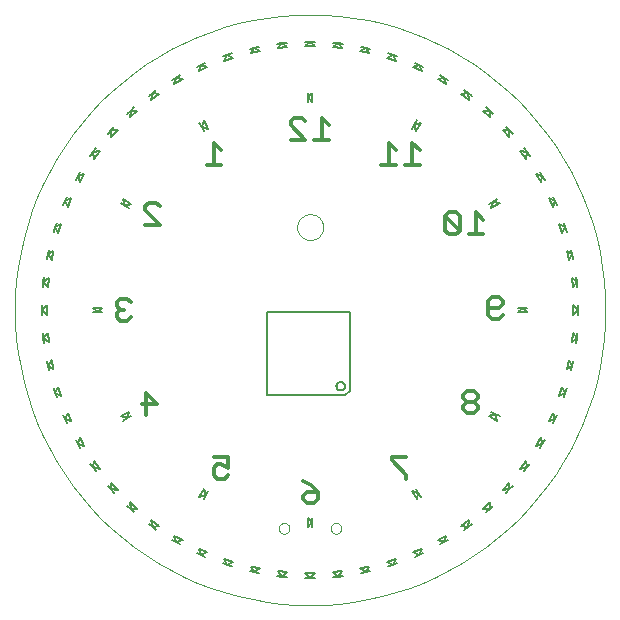
<source format=gbo>
G75*
G70*
%OFA0B0*%
%FSLAX24Y24*%
%IPPOS*%
%LPD*%
%AMOC8*
5,1,8,0,0,1.08239X$1,22.5*
%
%ADD10C,0.0004*%
%ADD11C,0.0000*%
%ADD12C,0.0130*%
%ADD13C,0.0060*%
%ADD14C,0.0050*%
D10*
X000161Y010296D02*
X000173Y010779D01*
X000208Y011261D01*
X000268Y011740D01*
X000350Y012216D01*
X000456Y012688D01*
X000585Y013153D01*
X000736Y013612D01*
X000910Y014063D01*
X001106Y014504D01*
X001323Y014936D01*
X001561Y015356D01*
X001820Y015764D01*
X002098Y016159D01*
X002395Y016540D01*
X002711Y016906D01*
X003044Y017256D01*
X003394Y017589D01*
X003760Y017905D01*
X004141Y018202D01*
X004536Y018480D01*
X004944Y018739D01*
X005364Y018977D01*
X005796Y019194D01*
X006237Y019390D01*
X006688Y019564D01*
X007147Y019715D01*
X007612Y019844D01*
X008084Y019950D01*
X008560Y020032D01*
X009039Y020092D01*
X009521Y020127D01*
X010004Y020139D01*
X010487Y020127D01*
X010969Y020092D01*
X011448Y020032D01*
X011924Y019950D01*
X012396Y019844D01*
X012861Y019715D01*
X013320Y019564D01*
X013771Y019390D01*
X014212Y019194D01*
X014644Y018977D01*
X015064Y018739D01*
X015472Y018480D01*
X015867Y018202D01*
X016248Y017905D01*
X016614Y017589D01*
X016964Y017256D01*
X017297Y016906D01*
X017613Y016540D01*
X017910Y016159D01*
X018188Y015764D01*
X018447Y015356D01*
X018685Y014936D01*
X018902Y014504D01*
X019098Y014063D01*
X019272Y013612D01*
X019423Y013153D01*
X019552Y012688D01*
X019658Y012216D01*
X019740Y011740D01*
X019800Y011261D01*
X019835Y010779D01*
X019847Y010296D01*
X019835Y009813D01*
X019800Y009331D01*
X019740Y008852D01*
X019658Y008376D01*
X019552Y007904D01*
X019423Y007439D01*
X019272Y006980D01*
X019098Y006529D01*
X018902Y006088D01*
X018685Y005656D01*
X018447Y005236D01*
X018188Y004828D01*
X017910Y004433D01*
X017613Y004052D01*
X017297Y003686D01*
X016964Y003336D01*
X016614Y003003D01*
X016248Y002687D01*
X015867Y002390D01*
X015472Y002112D01*
X015064Y001853D01*
X014644Y001615D01*
X014212Y001398D01*
X013771Y001202D01*
X013320Y001028D01*
X012861Y000877D01*
X012396Y000748D01*
X011924Y000642D01*
X011448Y000560D01*
X010969Y000500D01*
X010487Y000465D01*
X010004Y000453D01*
X009521Y000465D01*
X009039Y000500D01*
X008560Y000560D01*
X008084Y000642D01*
X007612Y000748D01*
X007147Y000877D01*
X006688Y001028D01*
X006237Y001202D01*
X005796Y001398D01*
X005364Y001615D01*
X004944Y001853D01*
X004536Y002112D01*
X004141Y002390D01*
X003760Y002687D01*
X003394Y003003D01*
X003044Y003336D01*
X002711Y003686D01*
X002395Y004052D01*
X002098Y004433D01*
X001820Y004828D01*
X001561Y005236D01*
X001323Y005656D01*
X001106Y006088D01*
X000910Y006529D01*
X000736Y006980D01*
X000585Y007439D01*
X000456Y007904D01*
X000350Y008376D01*
X000268Y008852D01*
X000208Y009331D01*
X000173Y009813D01*
X000161Y010296D01*
D11*
X009571Y013052D02*
X009573Y013093D01*
X009579Y013134D01*
X009589Y013174D01*
X009602Y013213D01*
X009619Y013250D01*
X009640Y013286D01*
X009664Y013320D01*
X009691Y013351D01*
X009720Y013379D01*
X009753Y013405D01*
X009787Y013427D01*
X009824Y013446D01*
X009862Y013461D01*
X009902Y013473D01*
X009942Y013481D01*
X009983Y013485D01*
X010025Y013485D01*
X010066Y013481D01*
X010106Y013473D01*
X010146Y013461D01*
X010184Y013446D01*
X010220Y013427D01*
X010255Y013405D01*
X010288Y013379D01*
X010317Y013351D01*
X010344Y013320D01*
X010368Y013286D01*
X010389Y013250D01*
X010406Y013213D01*
X010419Y013174D01*
X010429Y013134D01*
X010435Y013093D01*
X010437Y013052D01*
X010435Y013011D01*
X010429Y012970D01*
X010419Y012930D01*
X010406Y012891D01*
X010389Y012854D01*
X010368Y012818D01*
X010344Y012784D01*
X010317Y012753D01*
X010288Y012725D01*
X010255Y012699D01*
X010221Y012677D01*
X010184Y012658D01*
X010146Y012643D01*
X010106Y012631D01*
X010066Y012623D01*
X010025Y012619D01*
X009983Y012619D01*
X009942Y012623D01*
X009902Y012631D01*
X009862Y012643D01*
X009824Y012658D01*
X009788Y012677D01*
X009753Y012699D01*
X009720Y012725D01*
X009691Y012753D01*
X009664Y012784D01*
X009640Y012818D01*
X009619Y012854D01*
X009602Y012891D01*
X009589Y012930D01*
X009579Y012970D01*
X009573Y013011D01*
X009571Y013052D01*
X008961Y003013D02*
X008963Y003039D01*
X008969Y003065D01*
X008979Y003090D01*
X008992Y003113D01*
X009008Y003133D01*
X009028Y003151D01*
X009050Y003166D01*
X009073Y003178D01*
X009099Y003186D01*
X009125Y003190D01*
X009151Y003190D01*
X009177Y003186D01*
X009203Y003178D01*
X009227Y003166D01*
X009248Y003151D01*
X009268Y003133D01*
X009284Y003113D01*
X009297Y003090D01*
X009307Y003065D01*
X009313Y003039D01*
X009315Y003013D01*
X009313Y002987D01*
X009307Y002961D01*
X009297Y002936D01*
X009284Y002913D01*
X009268Y002893D01*
X009248Y002875D01*
X009226Y002860D01*
X009203Y002848D01*
X009177Y002840D01*
X009151Y002836D01*
X009125Y002836D01*
X009099Y002840D01*
X009073Y002848D01*
X009049Y002860D01*
X009028Y002875D01*
X009008Y002893D01*
X008992Y002913D01*
X008979Y002936D01*
X008969Y002961D01*
X008963Y002987D01*
X008961Y003013D01*
X010693Y003013D02*
X010695Y003039D01*
X010701Y003065D01*
X010711Y003090D01*
X010724Y003113D01*
X010740Y003133D01*
X010760Y003151D01*
X010782Y003166D01*
X010805Y003178D01*
X010831Y003186D01*
X010857Y003190D01*
X010883Y003190D01*
X010909Y003186D01*
X010935Y003178D01*
X010959Y003166D01*
X010980Y003151D01*
X011000Y003133D01*
X011016Y003113D01*
X011029Y003090D01*
X011039Y003065D01*
X011045Y003039D01*
X011047Y003013D01*
X011045Y002987D01*
X011039Y002961D01*
X011029Y002936D01*
X011016Y002913D01*
X011000Y002893D01*
X010980Y002875D01*
X010958Y002860D01*
X010935Y002848D01*
X010909Y002840D01*
X010883Y002836D01*
X010857Y002836D01*
X010831Y002840D01*
X010805Y002848D01*
X010781Y002860D01*
X010760Y002875D01*
X010740Y002893D01*
X010724Y002913D01*
X010711Y002936D01*
X010701Y002961D01*
X010695Y002987D01*
X010693Y003013D01*
D12*
X010141Y003862D02*
X009897Y003862D01*
X009776Y003984D01*
X009776Y004106D01*
X009897Y004228D01*
X010263Y004228D01*
X010263Y003984D01*
X010141Y003862D01*
X010263Y004228D02*
X010019Y004471D01*
X009776Y004593D01*
X007278Y004796D02*
X007157Y004675D01*
X006913Y004675D01*
X006791Y004796D01*
X006791Y005040D01*
X006913Y005162D01*
X007035Y005162D01*
X007278Y005040D01*
X007278Y005405D01*
X006791Y005405D01*
X004526Y006797D02*
X004526Y007527D01*
X004891Y007162D01*
X004404Y007162D01*
X003915Y009941D02*
X003672Y009941D01*
X003550Y010063D01*
X003550Y010185D01*
X003672Y010307D01*
X003794Y010307D01*
X003672Y010307D02*
X003550Y010429D01*
X003550Y010550D01*
X003672Y010672D01*
X003915Y010672D01*
X004037Y010550D01*
X004037Y010063D02*
X003915Y009941D01*
X004512Y013141D02*
X004999Y013141D01*
X004512Y013628D01*
X004512Y013750D01*
X004634Y013872D01*
X004877Y013872D01*
X004999Y013750D01*
X006559Y015137D02*
X007046Y015137D01*
X006802Y015137D02*
X006802Y015867D01*
X007046Y015624D01*
X009355Y015971D02*
X009842Y015971D01*
X009355Y016458D01*
X009355Y016579D01*
X009476Y016701D01*
X009720Y016701D01*
X009842Y016579D01*
X010390Y016701D02*
X010390Y015971D01*
X010634Y015971D02*
X010146Y015971D01*
X010634Y016458D02*
X010390Y016701D01*
X012618Y015871D02*
X012618Y015141D01*
X012861Y015141D02*
X012374Y015141D01*
X012861Y015628D02*
X012618Y015871D01*
X013410Y015871D02*
X013653Y015628D01*
X013410Y015871D02*
X013410Y015141D01*
X013653Y015141D02*
X013166Y015141D01*
X014622Y013548D02*
X014501Y013427D01*
X014988Y012940D01*
X014866Y012818D01*
X014622Y012818D01*
X014501Y012940D01*
X014501Y013427D01*
X014622Y013548D02*
X014866Y013548D01*
X014988Y013427D01*
X014988Y012940D01*
X015292Y012818D02*
X015779Y012818D01*
X015536Y012818D02*
X015536Y013548D01*
X015779Y013305D01*
X016062Y010725D02*
X016305Y010725D01*
X016427Y010603D01*
X016427Y010481D01*
X016305Y010359D01*
X015940Y010359D01*
X015940Y010116D02*
X015940Y010603D01*
X016062Y010725D01*
X015940Y010116D02*
X016062Y009994D01*
X016305Y009994D01*
X016427Y010116D01*
X015481Y007588D02*
X015237Y007588D01*
X015116Y007466D01*
X015116Y007344D01*
X015237Y007223D01*
X015481Y007223D01*
X015603Y007344D01*
X015603Y007466D01*
X015481Y007588D01*
X015481Y007223D02*
X015603Y007101D01*
X015603Y006979D01*
X015481Y006857D01*
X015237Y006857D01*
X015116Y006979D01*
X015116Y007101D01*
X015237Y007223D01*
X013208Y005401D02*
X012721Y005401D01*
X012721Y005280D01*
X013208Y004792D01*
X013208Y004671D01*
D13*
X011183Y007453D02*
X011323Y007592D01*
X011323Y010212D01*
X008563Y010212D01*
X008563Y007453D01*
X011183Y007453D01*
X010882Y007753D02*
X010884Y007776D01*
X010890Y007799D01*
X010899Y007820D01*
X010912Y007840D01*
X010928Y007857D01*
X010946Y007871D01*
X010966Y007882D01*
X010988Y007890D01*
X011011Y007894D01*
X011035Y007894D01*
X011058Y007890D01*
X011080Y007882D01*
X011100Y007871D01*
X011118Y007857D01*
X011134Y007840D01*
X011147Y007820D01*
X011156Y007799D01*
X011162Y007776D01*
X011164Y007753D01*
X011162Y007730D01*
X011156Y007707D01*
X011147Y007686D01*
X011134Y007666D01*
X011118Y007649D01*
X011100Y007635D01*
X011080Y007624D01*
X011058Y007616D01*
X011035Y007612D01*
X011011Y007612D01*
X010988Y007616D01*
X010966Y007624D01*
X010946Y007635D01*
X010928Y007649D01*
X010912Y007666D01*
X010899Y007686D01*
X010890Y007707D01*
X010884Y007730D01*
X010882Y007753D01*
D14*
X004751Y003066D02*
X004623Y003158D01*
X004751Y003066D02*
X004878Y002973D01*
X004751Y003066D02*
X004971Y003101D01*
X004716Y003286D01*
X004751Y003066D01*
X004141Y003549D02*
X004024Y003654D01*
X004246Y003666D01*
X004012Y003877D01*
X004024Y003654D01*
X003907Y003760D01*
X003468Y004199D02*
X003362Y004316D01*
X003585Y004305D01*
X003374Y004539D01*
X003362Y004316D01*
X003257Y004433D01*
X002866Y004916D02*
X002774Y005043D01*
X002994Y005008D01*
X002808Y005263D01*
X002774Y005043D01*
X002681Y005170D01*
X002343Y005691D02*
X002264Y005828D01*
X002479Y005770D01*
X002322Y006043D01*
X002264Y005828D01*
X002185Y005964D01*
X001903Y006517D02*
X001839Y006661D01*
X002047Y006581D01*
X001919Y006869D01*
X001839Y006661D01*
X001775Y006805D01*
X001553Y007385D02*
X001504Y007534D01*
X001703Y007433D01*
X001605Y007733D01*
X001504Y007534D01*
X001455Y007684D01*
X001295Y008284D02*
X001262Y008438D01*
X001449Y008317D01*
X001384Y008625D01*
X001262Y008438D01*
X001229Y008592D01*
X001132Y009205D02*
X001116Y009362D01*
X001289Y009222D01*
X001256Y009535D01*
X001116Y009362D01*
X001099Y009518D01*
X001067Y010139D02*
X001067Y010296D01*
X001224Y010139D01*
X001224Y010454D01*
X001067Y010296D01*
X001067Y010454D01*
X001099Y011074D02*
X001116Y011230D01*
X001256Y011057D01*
X001289Y011370D01*
X001116Y011230D01*
X001132Y011387D01*
X001384Y011967D02*
X001262Y012154D01*
X001449Y012275D01*
X001384Y011967D01*
X001229Y012000D02*
X001262Y012154D01*
X001295Y012308D01*
X001455Y012908D02*
X001504Y013058D01*
X001605Y012859D01*
X001703Y013159D01*
X001504Y013058D01*
X001553Y013208D01*
X001775Y013787D02*
X001839Y013931D01*
X001919Y013723D01*
X002047Y014011D01*
X001839Y013931D01*
X001903Y014075D01*
X002322Y014549D02*
X002264Y014765D01*
X002479Y014822D01*
X002322Y014549D01*
X002185Y014628D02*
X002264Y014765D01*
X002343Y014901D01*
X002681Y015422D02*
X002774Y015549D01*
X002808Y015329D01*
X002994Y015584D01*
X002774Y015549D01*
X002866Y015676D01*
X003257Y016159D02*
X003362Y016276D01*
X003374Y016054D01*
X003585Y016288D01*
X003362Y016276D01*
X003468Y016393D01*
X003907Y016832D02*
X004024Y016938D01*
X004012Y016715D01*
X004246Y016926D01*
X004024Y016938D01*
X004141Y017043D01*
X004623Y017434D02*
X004751Y017526D01*
X004716Y017306D01*
X004971Y017491D01*
X004751Y017526D01*
X004878Y017619D01*
X005399Y017957D02*
X005535Y018036D01*
X005478Y017821D01*
X005750Y017978D01*
X005535Y018036D01*
X005672Y018115D01*
X006225Y018396D02*
X006369Y018461D01*
X006289Y018253D01*
X006577Y018381D01*
X006369Y018461D01*
X006512Y018525D01*
X007092Y018747D02*
X007242Y018796D01*
X007141Y018597D01*
X007441Y018695D01*
X007242Y018796D01*
X007392Y018844D01*
X007992Y019005D02*
X008146Y019038D01*
X008024Y018851D01*
X008332Y018916D01*
X008146Y019038D01*
X008300Y019070D01*
X008913Y019168D02*
X009070Y019184D01*
X008929Y019011D01*
X009243Y019044D01*
X009070Y019184D01*
X009226Y019201D01*
X009846Y019233D02*
X010004Y019233D01*
X009846Y019076D01*
X010161Y019076D01*
X010004Y019233D01*
X010161Y019233D01*
X010781Y019201D02*
X010938Y019184D01*
X010765Y019044D01*
X011078Y019011D01*
X010938Y019184D01*
X011095Y019168D01*
X011708Y019070D02*
X011862Y019038D01*
X011675Y018916D01*
X011983Y018851D01*
X011862Y019038D01*
X012016Y019005D01*
X012616Y018844D02*
X012766Y018796D01*
X012567Y018695D01*
X012867Y018597D01*
X012766Y018796D01*
X012915Y018747D01*
X013495Y018525D02*
X013639Y018461D01*
X013431Y018381D01*
X013719Y018253D01*
X013639Y018461D01*
X013783Y018396D01*
X014336Y018115D02*
X014472Y018036D01*
X014257Y017978D01*
X014530Y017821D01*
X014472Y018036D01*
X014609Y017957D01*
X015129Y017619D02*
X015257Y017526D01*
X015037Y017491D01*
X015292Y017306D01*
X015257Y017526D01*
X015384Y017434D01*
X015867Y017043D02*
X015984Y016938D01*
X015761Y016926D01*
X015995Y016715D01*
X015984Y016938D01*
X016101Y016832D01*
X016540Y016393D02*
X016645Y016276D01*
X016423Y016288D01*
X016634Y016054D01*
X016645Y016276D01*
X016751Y016159D01*
X017141Y015676D02*
X017234Y015549D01*
X017014Y015584D01*
X017199Y015329D01*
X017234Y015549D01*
X017327Y015422D01*
X017665Y014901D02*
X017744Y014765D01*
X017529Y014822D01*
X017686Y014549D01*
X017744Y014765D01*
X017822Y014628D01*
X018104Y014075D02*
X018168Y013931D01*
X017960Y014011D01*
X018088Y013723D01*
X018168Y013931D01*
X018232Y013787D01*
X018455Y013208D02*
X018504Y013058D01*
X018305Y013159D01*
X018402Y012859D01*
X018504Y013058D01*
X018552Y012908D01*
X018713Y012308D02*
X018745Y012154D01*
X018559Y012275D01*
X018624Y011967D01*
X018745Y012154D01*
X018778Y012000D01*
X018875Y011387D02*
X018892Y011230D01*
X018719Y011370D01*
X018752Y011057D01*
X018892Y011230D01*
X018908Y011074D01*
X018941Y010454D02*
X018941Y010296D01*
X018783Y010454D01*
X018783Y010139D01*
X018941Y010296D01*
X018941Y010139D01*
X018908Y009518D02*
X018892Y009362D01*
X018752Y009535D01*
X018719Y009222D01*
X018892Y009362D01*
X018875Y009205D01*
X018778Y008592D02*
X018745Y008438D01*
X018624Y008625D01*
X018559Y008317D01*
X018745Y008438D01*
X018713Y008284D01*
X018402Y007733D02*
X018504Y007534D01*
X018305Y007433D01*
X018402Y007733D01*
X018552Y007684D02*
X018504Y007534D01*
X018455Y007385D01*
X018232Y006805D02*
X018168Y006661D01*
X018088Y006869D01*
X017960Y006581D01*
X018168Y006661D01*
X018104Y006517D01*
X017822Y005964D02*
X017744Y005828D01*
X017686Y006043D01*
X017529Y005770D01*
X017744Y005828D01*
X017665Y005691D01*
X017327Y005170D02*
X017234Y005043D01*
X017199Y005263D01*
X017014Y005008D01*
X017234Y005043D01*
X017141Y004916D01*
X016634Y004539D02*
X016645Y004316D01*
X016423Y004305D01*
X016634Y004539D01*
X016751Y004433D02*
X016645Y004316D01*
X016540Y004199D01*
X016101Y003760D02*
X015984Y003654D01*
X015995Y003877D01*
X015761Y003666D01*
X015984Y003654D01*
X015867Y003549D01*
X015292Y003286D02*
X015257Y003066D01*
X015037Y003101D01*
X015292Y003286D01*
X015384Y003158D02*
X015257Y003066D01*
X015129Y002973D01*
X014609Y002635D02*
X014472Y002556D01*
X014530Y002771D01*
X014257Y002614D01*
X014472Y002556D01*
X014336Y002477D01*
X013783Y002196D02*
X013639Y002132D01*
X013719Y002340D01*
X013431Y002211D01*
X013639Y002132D01*
X013495Y002068D01*
X012915Y001845D02*
X012766Y001796D01*
X012867Y001995D01*
X012567Y001897D01*
X012766Y001796D01*
X012616Y001748D01*
X012016Y001587D02*
X011862Y001554D01*
X011983Y001741D01*
X011675Y001676D01*
X011862Y001554D01*
X011708Y001522D01*
X011095Y001424D02*
X010938Y001408D01*
X011078Y001581D01*
X010765Y001548D01*
X010938Y001408D01*
X010781Y001391D01*
X010161Y001359D02*
X010004Y001359D01*
X010161Y001517D01*
X009846Y001517D01*
X010004Y001359D01*
X009846Y001359D01*
X009226Y001391D02*
X009070Y001408D01*
X009243Y001548D01*
X008929Y001581D01*
X009070Y001408D01*
X008913Y001424D01*
X008300Y001522D02*
X008146Y001554D01*
X008332Y001676D01*
X008024Y001741D01*
X008146Y001554D01*
X007992Y001587D01*
X007392Y001748D02*
X007242Y001796D01*
X007441Y001897D01*
X007141Y001995D01*
X007242Y001796D01*
X007092Y001845D01*
X006577Y002211D02*
X006369Y002132D01*
X006289Y002340D01*
X006577Y002211D01*
X006512Y002068D02*
X006369Y002132D01*
X006225Y002196D01*
X005672Y002477D02*
X005535Y002556D01*
X005750Y002614D01*
X005478Y002771D01*
X005535Y002556D01*
X005399Y002635D01*
X006450Y003983D02*
X006529Y004120D01*
X006471Y004335D01*
X006314Y004062D01*
X006529Y004120D01*
X006607Y004256D01*
X009925Y003367D02*
X009925Y003052D01*
X010083Y003209D01*
X009925Y003367D01*
X010083Y003367D02*
X010083Y003209D01*
X010083Y003052D01*
X013400Y004256D02*
X013558Y003983D01*
X013615Y004198D01*
X013400Y004256D01*
X013537Y004335D02*
X013615Y004198D01*
X013694Y004062D01*
X015965Y006763D02*
X016238Y006606D01*
X016180Y006821D01*
X015965Y006763D01*
X016044Y006900D02*
X016180Y006821D01*
X016317Y006742D01*
X016933Y010217D02*
X017090Y010375D01*
X017248Y010217D01*
X016933Y010217D01*
X016933Y010375D02*
X017090Y010375D01*
X017248Y010375D01*
X016044Y013692D02*
X016101Y013908D01*
X016317Y013850D01*
X016044Y013692D01*
X015965Y013829D02*
X016101Y013908D01*
X016238Y013986D01*
X013537Y016257D02*
X013479Y016472D01*
X013694Y016530D01*
X013537Y016257D01*
X013400Y016336D02*
X013479Y016472D01*
X013558Y016609D01*
X010083Y017225D02*
X009925Y017383D01*
X010083Y017540D01*
X010083Y017225D01*
X009925Y017225D02*
X009925Y017383D01*
X009925Y017540D01*
X006607Y016336D02*
X006392Y016394D01*
X006450Y016609D01*
X006607Y016336D01*
X006471Y016257D02*
X006392Y016394D01*
X006314Y016530D01*
X004043Y013829D02*
X003827Y013771D01*
X003770Y013986D01*
X004043Y013829D01*
X003964Y013692D02*
X003827Y013771D01*
X003691Y013850D01*
X003075Y010375D02*
X002760Y010375D01*
X002917Y010217D01*
X003075Y010375D01*
X003075Y010217D02*
X002917Y010217D01*
X002760Y010217D01*
X003964Y006900D02*
X003691Y006742D01*
X003906Y006685D01*
X003964Y006900D01*
X004043Y006763D02*
X003906Y006685D01*
X003770Y006606D01*
M02*

</source>
